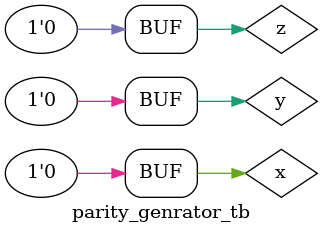
<source format=v>
module parity_genrator_tb(

    );
    reg x,y,z;
    wire result;
    
    parity_genrator uut(x,y,z,result);
    
    initial 
    begin
    
    #00  x=0 ; y=0 ; z=0;
    #100 x=0 ; y=0 ; z=1;
    #100 x=0 ; y=1 ; z=0;
    #100 x=0 ; y=1 ; z=1;
    #100 x=1 ; y=0 ; z=0;
    #100 x=1 ; y=0 ; z=1;
    #100 x=1 ; y=1 ; z=0;
    #100 x=1 ; y=1 ; z=1;
    #100 x=0 ; y=0 ; z=0;
    end 
    
    initial begin
       
       $dumpfile("dump.vcd");
       $dumpvars(0);
       
    end
endmodule

</source>
